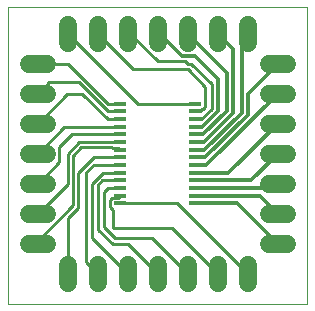
<source format=gtl>
G75*
%MOIN*%
%OFA0B0*%
%FSLAX25Y25*%
%IPPOS*%
%LPD*%
%AMOC8*
5,1,8,0,0,1.08239X$1,22.5*
%
%ADD10C,0.00000*%
%ADD11C,0.06000*%
%ADD12R,0.03937X0.01181*%
%ADD13C,0.01000*%
%ADD14C,0.01200*%
D10*
X0001000Y0001000D02*
X0001000Y0099701D01*
X0100921Y0099701D01*
X0100921Y0001000D01*
X0001000Y0001000D01*
D11*
X0008000Y0021000D02*
X0014000Y0021000D01*
X0021000Y0014000D02*
X0021000Y0008000D01*
X0031000Y0008000D02*
X0031000Y0014000D01*
X0041000Y0014000D02*
X0041000Y0008000D01*
X0051000Y0008000D02*
X0051000Y0014000D01*
X0061000Y0014000D02*
X0061000Y0008000D01*
X0071000Y0008000D02*
X0071000Y0014000D01*
X0081000Y0014000D02*
X0081000Y0008000D01*
X0088000Y0021000D02*
X0094000Y0021000D01*
X0094000Y0031000D02*
X0088000Y0031000D01*
X0088000Y0041000D02*
X0094000Y0041000D01*
X0094000Y0051000D02*
X0088000Y0051000D01*
X0088000Y0061000D02*
X0094000Y0061000D01*
X0094000Y0071000D02*
X0088000Y0071000D01*
X0088000Y0081000D02*
X0094000Y0081000D01*
X0081000Y0088000D02*
X0081000Y0094000D01*
X0071000Y0094000D02*
X0071000Y0088000D01*
X0061000Y0088000D02*
X0061000Y0094000D01*
X0051000Y0094000D02*
X0051000Y0088000D01*
X0041000Y0088000D02*
X0041000Y0094000D01*
X0031000Y0094000D02*
X0031000Y0088000D01*
X0021000Y0088000D02*
X0021000Y0094000D01*
X0014000Y0081000D02*
X0008000Y0081000D01*
X0008000Y0071000D02*
X0014000Y0071000D01*
X0014000Y0061000D02*
X0008000Y0061000D01*
X0008000Y0051000D02*
X0014000Y0051000D01*
X0014000Y0041000D02*
X0008000Y0041000D01*
X0008000Y0031000D02*
X0014000Y0031000D01*
D12*
X0038402Y0034366D03*
X0038402Y0036925D03*
X0038402Y0039484D03*
X0038402Y0042043D03*
X0038402Y0044602D03*
X0038402Y0047161D03*
X0038402Y0049720D03*
X0038402Y0052280D03*
X0038402Y0054839D03*
X0038402Y0057398D03*
X0038402Y0059957D03*
X0038402Y0062516D03*
X0038402Y0065075D03*
X0038402Y0067634D03*
X0063598Y0067634D03*
X0063598Y0065075D03*
X0063598Y0062516D03*
X0063598Y0059957D03*
X0063598Y0057398D03*
X0063598Y0054839D03*
X0063598Y0052280D03*
X0063598Y0049720D03*
X0063598Y0047161D03*
X0063598Y0044602D03*
X0063598Y0042043D03*
X0063598Y0039484D03*
X0063598Y0036925D03*
X0063598Y0034366D03*
D13*
X0057634Y0034366D02*
X0081000Y0011000D01*
X0071000Y0011000D02*
X0055954Y0026046D01*
X0036046Y0026046D01*
X0036046Y0032325D01*
X0035133Y0033237D01*
X0035133Y0035495D01*
X0035895Y0036257D01*
X0037733Y0036257D01*
X0038402Y0036925D01*
X0038402Y0034366D02*
X0057634Y0034366D01*
X0049200Y0022800D02*
X0061000Y0011000D01*
X0051000Y0011000D02*
X0041000Y0021000D01*
X0036000Y0021000D01*
X0031309Y0025691D01*
X0031309Y0040691D01*
X0032662Y0042043D01*
X0038402Y0042043D01*
X0038402Y0039484D02*
X0034484Y0039484D01*
X0033109Y0038109D01*
X0033109Y0026436D01*
X0036746Y0022800D01*
X0049200Y0022800D01*
X0041000Y0011000D02*
X0029073Y0022927D01*
X0029073Y0041000D01*
X0032675Y0044602D01*
X0038402Y0044602D01*
X0038402Y0047161D02*
X0029707Y0047161D01*
X0027273Y0044727D01*
X0027273Y0014727D01*
X0031000Y0011000D01*
X0021000Y0011000D02*
X0021000Y0029373D01*
X0024600Y0032973D01*
X0024600Y0044600D01*
X0029720Y0049720D01*
X0038402Y0049720D01*
X0038402Y0052280D02*
X0037733Y0052948D01*
X0035895Y0052948D01*
X0035804Y0053039D01*
X0025584Y0053039D01*
X0022800Y0050254D01*
X0022800Y0033719D01*
X0011000Y0021919D01*
X0011000Y0021000D01*
X0011000Y0031000D02*
X0021000Y0041000D01*
X0021000Y0051000D01*
X0024839Y0054839D01*
X0038402Y0054839D01*
X0038402Y0057398D02*
X0022398Y0057398D01*
X0018041Y0053041D01*
X0018300Y0052781D01*
X0018300Y0048300D01*
X0011000Y0041000D01*
X0011000Y0051000D02*
X0019957Y0059957D01*
X0038402Y0059957D01*
X0038402Y0062516D02*
X0034393Y0062516D01*
X0025954Y0070954D01*
X0020954Y0070954D01*
X0011000Y0061000D01*
X0011000Y0071000D02*
X0014727Y0074727D01*
X0024727Y0074727D01*
X0034380Y0065075D01*
X0038402Y0065075D01*
X0038402Y0067634D02*
X0034366Y0067634D01*
X0021000Y0081000D01*
X0011000Y0081000D01*
X0021000Y0091000D02*
X0044366Y0067634D01*
X0063598Y0067634D01*
X0065743Y0065743D02*
X0066105Y0065743D01*
X0066867Y0066505D01*
X0066867Y0073333D01*
X0061000Y0079200D01*
X0042800Y0079200D01*
X0031000Y0091000D01*
X0041000Y0091000D02*
X0041919Y0091000D01*
X0051219Y0081700D01*
X0060300Y0081700D01*
X0061000Y0081000D01*
X0062200Y0081000D01*
X0069100Y0074100D01*
X0069100Y0066000D01*
X0065616Y0062516D01*
X0063598Y0062516D01*
X0063598Y0065075D02*
X0065075Y0065075D01*
X0065743Y0065743D01*
D14*
X0071000Y0065142D02*
X0065814Y0059957D01*
X0063598Y0059957D01*
X0063598Y0057398D02*
X0066084Y0057398D01*
X0074000Y0065314D01*
X0074000Y0078000D01*
X0061000Y0091000D01*
X0059177Y0083600D02*
X0051777Y0091000D01*
X0051000Y0091000D01*
X0059177Y0083600D02*
X0063400Y0083600D01*
X0071000Y0076000D01*
X0071000Y0065142D01*
X0076000Y0064485D02*
X0076000Y0086000D01*
X0071000Y0091000D01*
X0079000Y0089000D02*
X0079000Y0064657D01*
X0066623Y0052280D01*
X0063598Y0052280D01*
X0063598Y0049720D02*
X0066892Y0049720D01*
X0081000Y0063828D01*
X0081000Y0071000D01*
X0091000Y0081000D01*
X0091000Y0071000D02*
X0067161Y0047161D01*
X0063598Y0047161D01*
X0063598Y0044602D02*
X0074602Y0044602D01*
X0091000Y0061000D01*
X0091000Y0051000D02*
X0082043Y0042043D01*
X0063598Y0042043D01*
X0063598Y0039484D02*
X0089484Y0039484D01*
X0091000Y0041000D01*
X0085075Y0036925D02*
X0063598Y0036925D01*
X0063598Y0034366D02*
X0077634Y0034366D01*
X0091000Y0021000D01*
X0091000Y0031000D02*
X0085075Y0036925D01*
X0066353Y0054839D02*
X0063598Y0054839D01*
X0066353Y0054839D02*
X0076000Y0064485D01*
X0079000Y0089000D02*
X0081000Y0091000D01*
M02*

</source>
